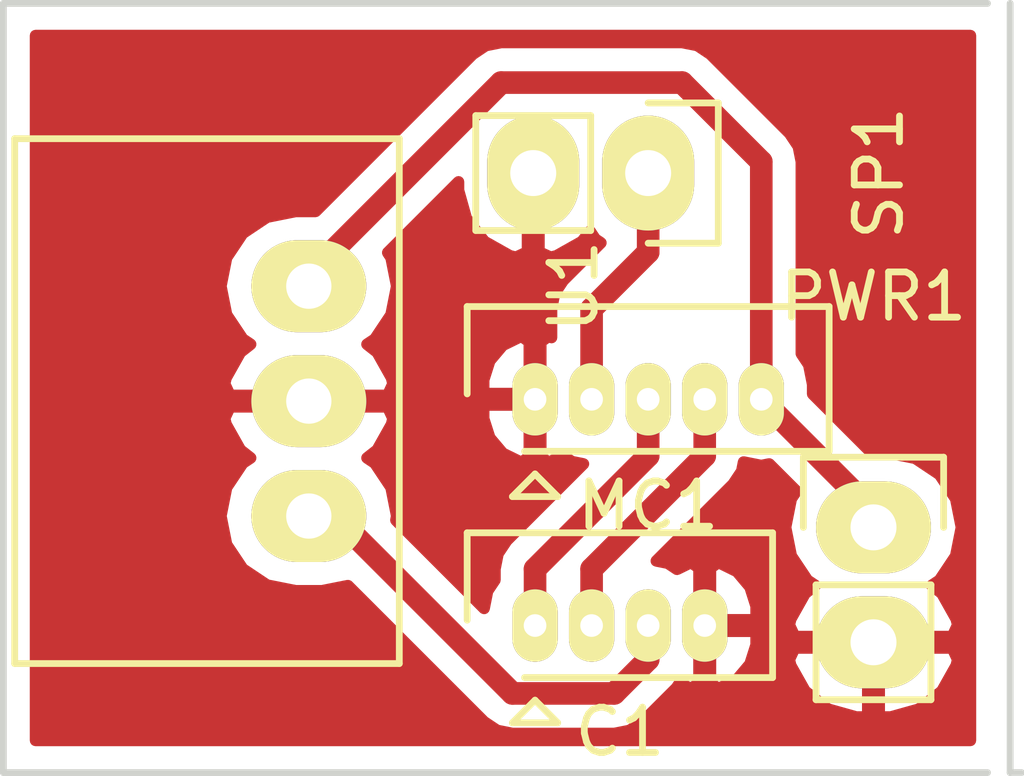
<source format=kicad_pcb>
(kicad_pcb (version 4) (host pcbnew 4.0.2+e4-6225~38~ubuntu16.04.1-stable)

  (general
    (links 10)
    (no_connects 0)
    (area 138.024999 88.915476 167.822619 109.775001)
    (thickness 1.6)
    (drawings 5)
    (tracks 21)
    (zones 0)
    (modules 5)
    (nets 7)
  )

  (page A4)
  (layers
    (0 F.Cu signal)
    (31 B.Cu signal)
    (32 B.Adhes user)
    (33 F.Adhes user)
    (34 B.Paste user)
    (35 F.Paste user)
    (36 B.SilkS user)
    (37 F.SilkS user)
    (38 B.Mask user)
    (39 F.Mask user)
    (40 Dwgs.User user)
    (41 Cmts.User user)
    (42 Eco1.User user)
    (43 Eco2.User user)
    (44 Edge.Cuts user)
    (45 Margin user)
    (46 B.CrtYd user)
    (47 F.CrtYd user)
    (48 B.Fab user)
    (49 F.Fab user)
  )

  (setup
    (last_trace_width 0.5)
    (user_trace_width 0.5)
    (trace_clearance 0.2)
    (zone_clearance 0.508)
    (zone_45_only no)
    (trace_min 0.2)
    (segment_width 0.2)
    (edge_width 0.15)
    (via_size 0.6)
    (via_drill 0.4)
    (via_min_size 0.4)
    (via_min_drill 0.3)
    (uvia_size 0.3)
    (uvia_drill 0.1)
    (uvias_allowed no)
    (uvia_min_size 0.2)
    (uvia_min_drill 0.1)
    (pcb_text_width 0.3)
    (pcb_text_size 1.5 1.5)
    (mod_edge_width 0.15)
    (mod_text_size 1 1)
    (mod_text_width 0.15)
    (pad_size 2.54 2.032)
    (pad_drill 1.016)
    (pad_to_mask_clearance 0.2)
    (aux_axis_origin 0 0)
    (visible_elements FFFEFF7F)
    (pcbplotparams
      (layerselection 0x00000_00000001)
      (usegerberextensions false)
      (excludeedgelayer false)
      (linewidth 0.100000)
      (plotframeref false)
      (viasonmask false)
      (mode 1)
      (useauxorigin false)
      (hpglpennumber 1)
      (hpglpenspeed 20)
      (hpglpendiameter 15)
      (hpglpenoverlay 2)
      (psnegative false)
      (psa4output false)
      (plotreference false)
      (plotvalue false)
      (plotinvisibletext false)
      (padsonsilk false)
      (subtractmaskfromsilk false)
      (outputformat 5)
      (mirror true)
      (drillshape 1)
      (scaleselection 1)
      (outputdirectory ""))
  )

  (net 0 "")
  (net 1 "Net-(C1-Pad1)")
  (net 2 "Net-(C1-Pad2)")
  (net 3 "Net-(C1-Pad3)")
  (net 4 "Net-(MC1-Pad2)")
  (net 5 +BATT)
  (net 6 GND)

  (net_class Default "This is the default net class."
    (clearance 0.2)
    (trace_width 0.25)
    (via_dia 0.6)
    (via_drill 0.4)
    (uvia_dia 0.3)
    (uvia_drill 0.1)
    (add_net +BATT)
    (add_net GND)
    (add_net "Net-(C1-Pad1)")
    (add_net "Net-(C1-Pad2)")
    (add_net "Net-(C1-Pad3)")
    (add_net "Net-(MC1-Pad2)")
  )

  (module Connectors_Molex:Molex_PicoBlade_53047-0410 (layer F.Cu) (tedit 56F00C2C) (tstamp 56F00A59)
    (at 150 102.5)
    (descr "Molex PicoBlade 1.25mm shrouded header. Vertical. 4 ways")
    (tags "connector PicoBlade header")
    (path /56F001AF)
    (fp_text reference C1 (at 1.875 2.35) (layer F.SilkS)
      (effects (font (size 1 1) (thickness 0.15)))
    )
    (fp_text value I2C (at 1.875 -3.25) (layer F.Fab)
      (effects (font (size 1 1) (thickness 0.15)))
    )
    (fp_line (start -1.5 -0.12) (end -1.5 -2.05) (layer F.SilkS) (width 0.15))
    (fp_line (start -1.5 -2.05) (end 5.25 -2.05) (layer F.SilkS) (width 0.15))
    (fp_line (start 5.25 -2.05) (end 5.25 1.15) (layer F.SilkS) (width 0.15))
    (fp_line (start 5.25 1.15) (end -0.23 1.15) (layer F.SilkS) (width 0.15))
    (fp_line (start 0 1.65) (end 0.5 2.15) (layer F.SilkS) (width 0.15))
    (fp_line (start 0.5 2.15) (end -0.5 2.15) (layer F.SilkS) (width 0.15))
    (fp_line (start -0.5 2.15) (end 0 1.65) (layer F.SilkS) (width 0.15))
    (fp_line (start -0.23 1.15) (end -1.5 -0.12) (layer F.Fab) (width 0.2))
    (fp_line (start -1.5 -0.12) (end -1.5 -2.05) (layer F.Fab) (width 0.2))
    (fp_line (start -1.5 -2.05) (end 5.25 -2.05) (layer F.Fab) (width 0.2))
    (fp_line (start 5.25 -2.05) (end 5.25 1.15) (layer F.Fab) (width 0.2))
    (fp_line (start 5.25 1.15) (end -0.23 1.15) (layer F.Fab) (width 0.2))
    (pad 1 thru_hole oval (at 0 0) (size 1 1.6) (drill 0.5) (layers *.Cu *.Mask F.SilkS)
      (net 1 "Net-(C1-Pad1)"))
    (pad 2 thru_hole oval (at 1.25 0) (size 1 1.6) (drill 0.5) (layers *.Cu *.Mask F.SilkS)
      (net 2 "Net-(C1-Pad2)"))
    (pad 3 thru_hole oval (at 2.5 0) (size 1 1.6) (drill 0.5) (layers *.Cu *.Mask F.SilkS)
      (net 3 "Net-(C1-Pad3)"))
    (pad 4 thru_hole oval (at 3.75 0) (size 1 1.6) (drill 0.5) (layers *.Cu *.Mask F.SilkS)
      (net 6 GND))
    (model Connectors_Molex.3dshapes/Molex_PicoBlade_53047-0410.wrl
      (at (xyz 0.07381890000000001 0 0))
      (scale (xyz 1 1 1))
      (rotate (xyz 0 0 180))
    )
  )

  (module Connectors_Molex:Molex_PicoBlade_53047-0510 (layer F.Cu) (tedit 56F00C10) (tstamp 56F00A62)
    (at 150 97.5)
    (descr "Molex PicoBlade 1.25mm shrouded header. Vertical. 5 ways")
    (tags "connector PicoBlade header")
    (path /56F00083)
    (fp_text reference MC1 (at 2.5 2.35) (layer F.SilkS)
      (effects (font (size 1 1) (thickness 0.15)))
    )
    (fp_text value MotorCtrl (at 2.5 -3.25) (layer F.Fab)
      (effects (font (size 1 1) (thickness 0.15)))
    )
    (fp_line (start -1.5 -0.12) (end -1.5 -2.05) (layer F.SilkS) (width 0.15))
    (fp_line (start -1.5 -2.05) (end 6.5 -2.05) (layer F.SilkS) (width 0.15))
    (fp_line (start 6.5 -2.05) (end 6.5 1.15) (layer F.SilkS) (width 0.15))
    (fp_line (start 6.5 1.15) (end -0.23 1.15) (layer F.SilkS) (width 0.15))
    (fp_line (start 0 1.65) (end 0.5 2.15) (layer F.SilkS) (width 0.15))
    (fp_line (start 0.5 2.15) (end -0.5 2.15) (layer F.SilkS) (width 0.15))
    (fp_line (start -0.5 2.15) (end 0 1.65) (layer F.SilkS) (width 0.15))
    (fp_line (start -0.23 1.15) (end -1.5 -0.12) (layer F.Fab) (width 0.2))
    (fp_line (start -1.5 -0.12) (end -1.5 -2.05) (layer F.Fab) (width 0.2))
    (fp_line (start -1.5 -2.05) (end 6.5 -2.05) (layer F.Fab) (width 0.2))
    (fp_line (start 6.5 -2.05) (end 6.5 1.15) (layer F.Fab) (width 0.2))
    (fp_line (start 6.5 1.15) (end -0.23 1.15) (layer F.Fab) (width 0.2))
    (pad 1 thru_hole oval (at 0 0) (size 1 1.6) (drill 0.5) (layers *.Cu *.Mask F.SilkS)
      (net 6 GND))
    (pad 2 thru_hole oval (at 1.25 0) (size 1 1.6) (drill 0.5) (layers *.Cu *.Mask F.SilkS)
      (net 4 "Net-(MC1-Pad2)"))
    (pad 3 thru_hole oval (at 2.5 0) (size 1 1.6) (drill 0.5) (layers *.Cu *.Mask F.SilkS)
      (net 1 "Net-(C1-Pad1)"))
    (pad 4 thru_hole oval (at 3.75 0) (size 1 1.6) (drill 0.5) (layers *.Cu *.Mask F.SilkS)
      (net 2 "Net-(C1-Pad2)"))
    (pad 5 thru_hole oval (at 5 0) (size 1 1.6) (drill 0.5) (layers *.Cu *.Mask F.SilkS)
      (net 5 +BATT))
    (model Connectors_Molex.3dshapes/Molex_PicoBlade_53047-0510.wrl
      (at (xyz 0.0984252 0 0))
      (scale (xyz 1 1 1))
      (rotate (xyz 0 0 180))
    )
  )

  (module Pin_Headers:Pin_Header_Straight_1x02 (layer F.Cu) (tedit 56F00D5D) (tstamp 56F00A68)
    (at 152.5 92.5 270)
    (descr "Through hole pin header")
    (tags "pin header")
    (path /56EFFF3F)
    (fp_text reference SP1 (at 0 -5.1 270) (layer F.SilkS)
      (effects (font (size 1 1) (thickness 0.15)))
    )
    (fp_text value SPEAKER (at 0 -3.1 270) (layer F.Fab)
      (effects (font (size 1 1) (thickness 0.15)))
    )
    (fp_line (start 1.27 1.27) (end 1.27 3.81) (layer F.SilkS) (width 0.15))
    (fp_line (start 1.55 -1.55) (end 1.55 0) (layer F.SilkS) (width 0.15))
    (fp_line (start -1.75 -1.75) (end -1.75 4.3) (layer F.CrtYd) (width 0.05))
    (fp_line (start 1.75 -1.75) (end 1.75 4.3) (layer F.CrtYd) (width 0.05))
    (fp_line (start -1.75 -1.75) (end 1.75 -1.75) (layer F.CrtYd) (width 0.05))
    (fp_line (start -1.75 4.3) (end 1.75 4.3) (layer F.CrtYd) (width 0.05))
    (fp_line (start 1.27 1.27) (end -1.27 1.27) (layer F.SilkS) (width 0.15))
    (fp_line (start -1.55 0) (end -1.55 -1.55) (layer F.SilkS) (width 0.15))
    (fp_line (start -1.55 -1.55) (end 1.55 -1.55) (layer F.SilkS) (width 0.15))
    (fp_line (start -1.27 1.27) (end -1.27 3.81) (layer F.SilkS) (width 0.15))
    (fp_line (start -1.27 3.81) (end 1.27 3.81) (layer F.SilkS) (width 0.15))
    (pad 1 thru_hole oval (at 0 0 270) (size 2.54 2.032) (drill 1.016) (layers *.Cu *.Mask F.SilkS)
      (net 4 "Net-(MC1-Pad2)"))
    (pad 2 thru_hole oval (at 0 2.54 270) (size 2.54 2.032) (drill 1.016) (layers *.Cu *.Mask F.SilkS)
      (net 6 GND))
    (model Pin_Headers.3dshapes/Pin_Header_Straight_1x02.wrl
      (at (xyz 0 -0.05 0))
      (scale (xyz 1 1 1))
      (rotate (xyz 0 0 90))
    )
  )

  (module Converters_DCDC_ACDC:DCDC-Conv_Recom_R-78HBxx-0.5 (layer F.Cu) (tedit 56F00D38) (tstamp 56F00A6F)
    (at 145 95 270)
    (descr "Recom R-78HBxx.0.5")
    (tags "Recom DCDC R-78")
    (path /56F00BF5)
    (fp_text reference U1 (at 0 -5.85 270) (layer F.SilkS)
      (effects (font (size 1 1) (thickness 0.15)))
    )
    (fp_text value LM7805CT (at 0 -3.85 270) (layer F.Fab)
      (effects (font (size 1 1) (thickness 0.15)))
    )
    (fp_line (start -3.5 -2.25) (end -3.5 6.75) (layer F.CrtYd) (width 0.05))
    (fp_line (start 8.6 -2.25) (end 8.6 6.75) (layer F.CrtYd) (width 0.05))
    (fp_line (start -3.5 -2.25) (end 8.6 -2.25) (layer F.CrtYd) (width 0.05))
    (fp_line (start -3.5 6.75) (end 8.6 6.75) (layer F.CrtYd) (width 0.05))
    (fp_line (start 8.34 -2) (end 8.34 6.5) (layer F.SilkS) (width 0.15))
    (fp_line (start 8.34 6.5) (end -3.26 6.5) (layer F.SilkS) (width 0.15))
    (fp_line (start -3.26 6.5) (end -3.26 -2) (layer F.SilkS) (width 0.15))
    (fp_line (start -3.26 -2) (end 8.34 -2) (layer F.SilkS) (width 0.15))
    (pad 2 thru_hole oval (at 2.54 0 270) (size 2.032 2.54) (drill 1) (layers *.Cu *.Mask F.SilkS)
      (net 6 GND))
    (pad 3 thru_hole oval (at 5.08 0 270) (size 2.032 2.54) (drill 1) (layers *.Cu *.Mask F.SilkS)
      (net 3 "Net-(C1-Pad3)"))
    (pad 1 thru_hole oval (at 0 0 270) (size 2.032 2.54) (drill 1) (layers *.Cu *.Mask F.SilkS)
      (net 5 +BATT))
  )

  (module Pin_Headers:Pin_Header_Straight_1x02 (layer F.Cu) (tedit 5747A836) (tstamp 56F15AD3)
    (at 157.48 100.33)
    (descr "Through hole pin header")
    (tags "pin header")
    (path /56F15ADC)
    (fp_text reference PWR1 (at 0 -5.1) (layer F.SilkS)
      (effects (font (size 1 1) (thickness 0.15)))
    )
    (fp_text value POWER (at 0 -3.1) (layer F.Fab)
      (effects (font (size 1 1) (thickness 0.15)))
    )
    (fp_line (start 1.27 1.27) (end 1.27 3.81) (layer F.SilkS) (width 0.15))
    (fp_line (start 1.55 -1.55) (end 1.55 0) (layer F.SilkS) (width 0.15))
    (fp_line (start -1.75 -1.75) (end -1.75 4.3) (layer F.CrtYd) (width 0.05))
    (fp_line (start 1.75 -1.75) (end 1.75 4.3) (layer F.CrtYd) (width 0.05))
    (fp_line (start -1.75 -1.75) (end 1.75 -1.75) (layer F.CrtYd) (width 0.05))
    (fp_line (start -1.75 4.3) (end 1.75 4.3) (layer F.CrtYd) (width 0.05))
    (fp_line (start 1.27 1.27) (end -1.27 1.27) (layer F.SilkS) (width 0.15))
    (fp_line (start -1.55 0) (end -1.55 -1.55) (layer F.SilkS) (width 0.15))
    (fp_line (start -1.55 -1.55) (end 1.55 -1.55) (layer F.SilkS) (width 0.15))
    (fp_line (start -1.27 1.27) (end -1.27 3.81) (layer F.SilkS) (width 0.15))
    (fp_line (start -1.27 3.81) (end 1.27 3.81) (layer F.SilkS) (width 0.15))
    (pad 1 thru_hole oval (at 0 0) (size 2.54 2.032) (drill 1.016) (layers *.Cu *.Mask F.SilkS)
      (net 5 +BATT))
    (pad 2 thru_hole oval (at 0 2.54) (size 2.54 2.032) (drill 1.016) (layers *.Cu *.Mask F.SilkS)
      (net 6 GND))
    (model Pin_Headers.3dshapes/Pin_Header_Straight_1x02.wrl
      (at (xyz 0 -0.05 0))
      (scale (xyz 1 1 1))
      (rotate (xyz 0 0 90))
    )
  )

  (gr_line (start 160.5 105.75) (end 160.75 105.75) (angle 90) (layer Edge.Cuts) (width 0.15))
  (gr_line (start 160.5 88.75) (end 160.5 105.75) (angle 90) (layer Edge.Cuts) (width 0.15))
  (gr_line (start 138.25 88.75) (end 160 88.75) (angle 90) (layer Edge.Cuts) (width 0.15))
  (gr_line (start 138.25 105.75) (end 160 105.75) (angle 90) (layer Edge.Cuts) (width 0.15))
  (gr_line (start 138.25 88.75) (end 138.25 105.75) (angle 90) (layer Edge.Cuts) (width 0.15))

  (segment (start 152.5 97.5) (end 152.5 98.75) (width 0.5) (layer F.Cu) (net 1))
  (segment (start 152.5 98.75) (end 150 101.25) (width 0.5) (layer F.Cu) (net 1) (tstamp 56F00C6B))
  (segment (start 150 101.25) (end 150 102.5) (width 0.5) (layer F.Cu) (net 1) (tstamp 56F00C74))
  (segment (start 153.75 97.5) (end 153.75 98.75) (width 0.5) (layer F.Cu) (net 2))
  (segment (start 153.75 98.75) (end 151.25 101.25) (width 0.5) (layer F.Cu) (net 2) (tstamp 56F00C81))
  (segment (start 151.25 101.25) (end 151.25 102.5) (width 0.5) (layer F.Cu) (net 2) (tstamp 56F00C83))
  (segment (start 152.5 102.5) (end 152.5 103.25) (width 0.5) (layer F.Cu) (net 3))
  (segment (start 152.5 103.25) (end 151.75 104) (width 0.5) (layer F.Cu) (net 3) (tstamp 56F00CD6))
  (segment (start 151.75 104) (end 149.5 104) (width 0.5) (layer F.Cu) (net 3) (tstamp 56F00CDC))
  (segment (start 149.5 104) (end 145.58 100.08) (width 0.5) (layer F.Cu) (net 3) (tstamp 56F00CDE))
  (segment (start 145.58 100.08) (end 145 100.08) (width 0.5) (layer F.Cu) (net 3) (tstamp 56F00CE1))
  (segment (start 152.5 92.5) (end 152.5 94.25) (width 0.5) (layer F.Cu) (net 4))
  (segment (start 152.5 94.25) (end 151.25 95.5) (width 0.5) (layer F.Cu) (net 4) (tstamp 56F00C93))
  (segment (start 151.25 95.5) (end 151.25 97.5) (width 0.5) (layer F.Cu) (net 4) (tstamp 56F00C9C))
  (segment (start 157.48 100.33) (end 157.48 99.98) (width 0.5) (layer F.Cu) (net 5) (status C00000))
  (segment (start 157.48 99.98) (end 155 97.5) (width 0.5) (layer F.Cu) (net 5) (tstamp 5747A8B0) (status C00000))
  (segment (start 145 95) (end 145 94.75) (width 0.5) (layer F.Cu) (net 5))
  (segment (start 145 94.75) (end 149.25 90.5) (width 0.5) (layer F.Cu) (net 5) (tstamp 56F00D6C))
  (segment (start 149.25 90.5) (end 153.25 90.5) (width 0.5) (layer F.Cu) (net 5) (tstamp 56F00D6D))
  (segment (start 153.25 90.5) (end 155 92.25) (width 0.5) (layer F.Cu) (net 5) (tstamp 56F00D72))
  (segment (start 155 92.25) (end 155 97.5) (width 0.5) (layer F.Cu) (net 5) (tstamp 56F00D73))

  (zone (net 6) (net_name GND) (layer F.Cu) (tstamp 5747A875) (hatch edge 0.508)
    (connect_pads (clearance 0.508))
    (min_thickness 0.254)
    (fill yes (arc_segments 16) (thermal_gap 0.508) (thermal_bridge_width 0.508))
    (polygon
      (pts
        (xy 159.75 105.5) (xy 138.5 105.5) (xy 138.5 89) (xy 159.75 89) (xy 159.75 105.5)
      )
    )
    (filled_polygon
      (pts
        (xy 159.623 105.04) (xy 138.96 105.04) (xy 138.96 97.627) (xy 148.865 97.627) (xy 148.865 97.927)
        (xy 148.999998 98.351678) (xy 149.287237 98.692368) (xy 149.698126 98.894119) (xy 149.873 98.767954) (xy 149.873 97.627)
        (xy 148.865 97.627) (xy 138.96 97.627) (xy 138.96 95) (xy 143.057679 95) (xy 143.183354 95.63181)
        (xy 143.541246 96.167433) (xy 143.715781 96.284054) (xy 143.488764 96.46237) (xy 143.172074 97.025523) (xy 143.140025 97.157056)
        (xy 143.259164 97.413) (xy 144.873 97.413) (xy 144.873 97.393) (xy 145.127 97.393) (xy 145.127 97.413)
        (xy 146.740836 97.413) (xy 146.859975 97.157056) (xy 146.839495 97.073) (xy 148.865 97.073) (xy 148.865 97.373)
        (xy 149.873 97.373) (xy 149.873 96.232046) (xy 149.698126 96.105881) (xy 149.287237 96.307632) (xy 148.999998 96.648322)
        (xy 148.865 97.073) (xy 146.839495 97.073) (xy 146.827926 97.025523) (xy 146.511236 96.46237) (xy 146.284219 96.284054)
        (xy 146.458754 96.167433) (xy 146.816646 95.63181) (xy 146.942321 95) (xy 146.816646 94.36819) (xy 146.743244 94.258336)
        (xy 148.309 92.692579) (xy 148.309 92.881) (xy 148.483276 93.503143) (xy 148.88237 94.011236) (xy 149.445523 94.327926)
        (xy 149.577056 94.359975) (xy 149.833 94.240836) (xy 149.833 92.627) (xy 149.813 92.627) (xy 149.813 92.373)
        (xy 149.833 92.373) (xy 149.833 92.353) (xy 150.087 92.353) (xy 150.087 92.373) (xy 150.107 92.373)
        (xy 150.107 92.627) (xy 150.087 92.627) (xy 150.087 94.240836) (xy 150.342944 94.359975) (xy 150.474477 94.327926)
        (xy 151.03763 94.011236) (xy 151.215946 93.784219) (xy 151.332567 93.958754) (xy 151.456714 94.041707) (xy 150.62421 94.87421)
        (xy 150.432367 95.161325) (xy 150.432367 95.161326) (xy 150.364999 95.5) (xy 150.365 95.500005) (xy 150.365 96.136877)
        (xy 150.301874 96.105881) (xy 150.127 96.232046) (xy 150.127 97.111559) (xy 150.115 97.171887) (xy 150.115 97.828113)
        (xy 150.127 97.888441) (xy 150.127 98.767954) (xy 150.301874 98.894119) (xy 150.61304 98.741333) (xy 150.815654 98.876716)
        (xy 151.070927 98.927493) (xy 149.37421 100.62421) (xy 149.182367 100.911325) (xy 149.182367 100.911326) (xy 149.114999 101.25)
        (xy 149.115 101.250005) (xy 149.115 101.492692) (xy 148.951397 101.737541) (xy 148.8747 102.123121) (xy 146.923948 100.172368)
        (xy 146.942321 100.08) (xy 146.816646 99.44819) (xy 146.458754 98.912567) (xy 146.284219 98.795946) (xy 146.511236 98.61763)
        (xy 146.827926 98.054477) (xy 146.859975 97.922944) (xy 146.740836 97.667) (xy 145.127 97.667) (xy 145.127 97.687)
        (xy 144.873 97.687) (xy 144.873 97.667) (xy 143.259164 97.667) (xy 143.140025 97.922944) (xy 143.172074 98.054477)
        (xy 143.488764 98.61763) (xy 143.715781 98.795946) (xy 143.541246 98.912567) (xy 143.183354 99.44819) (xy 143.057679 100.08)
        (xy 143.183354 100.71181) (xy 143.541246 101.247433) (xy 144.076869 101.605325) (xy 144.708679 101.731) (xy 145.291321 101.731)
        (xy 145.865257 101.616837) (xy 148.874208 104.625787) (xy 148.87421 104.62579) (xy 149.161325 104.817633) (xy 149.5 104.885001)
        (xy 149.500005 104.885) (xy 151.749995 104.885) (xy 151.75 104.885001) (xy 152.032484 104.82881) (xy 152.088675 104.817633)
        (xy 152.37579 104.62579) (xy 152.375791 104.625789) (xy 153.125787 103.875792) (xy 153.12579 103.87579) (xy 153.196196 103.770419)
        (xy 153.448126 103.894119) (xy 153.623 103.767954) (xy 153.623 102.888441) (xy 153.635 102.828113) (xy 153.635 102.627)
        (xy 153.877 102.627) (xy 153.877 103.767954) (xy 154.051874 103.894119) (xy 154.462763 103.692368) (xy 154.750002 103.351678)
        (xy 154.781387 103.252944) (xy 155.620025 103.252944) (xy 155.652074 103.384477) (xy 155.968764 103.94763) (xy 156.476857 104.346724)
        (xy 157.099 104.521) (xy 157.353 104.521) (xy 157.353 102.997) (xy 157.607 102.997) (xy 157.607 104.521)
        (xy 157.861 104.521) (xy 158.483143 104.346724) (xy 158.991236 103.94763) (xy 159.307926 103.384477) (xy 159.339975 103.252944)
        (xy 159.220836 102.997) (xy 157.607 102.997) (xy 157.353 102.997) (xy 155.739164 102.997) (xy 155.620025 103.252944)
        (xy 154.781387 103.252944) (xy 154.885 102.927) (xy 154.885 102.627) (xy 153.877 102.627) (xy 153.635 102.627)
        (xy 153.635 102.171887) (xy 153.623 102.111559) (xy 153.623 101.232046) (xy 153.877 101.232046) (xy 153.877 102.373)
        (xy 154.885 102.373) (xy 154.885 102.073) (xy 154.750002 101.648322) (xy 154.462763 101.307632) (xy 154.051874 101.105881)
        (xy 153.877 101.232046) (xy 153.623 101.232046) (xy 153.448126 101.105881) (xy 153.13696 101.258667) (xy 152.934346 101.123284)
        (xy 152.679073 101.072507) (xy 154.375787 99.375792) (xy 154.37579 99.37579) (xy 154.567633 99.088675) (xy 154.592609 98.963113)
        (xy 154.608115 98.885162) (xy 155 98.963113) (xy 155.176438 98.928017) (xy 155.776811 99.52839) (xy 155.663354 99.69819)
        (xy 155.537679 100.33) (xy 155.663354 100.96181) (xy 156.021246 101.497433) (xy 156.195781 101.614054) (xy 155.968764 101.79237)
        (xy 155.652074 102.355523) (xy 155.620025 102.487056) (xy 155.739164 102.743) (xy 157.353 102.743) (xy 157.353 102.723)
        (xy 157.607 102.723) (xy 157.607 102.743) (xy 159.220836 102.743) (xy 159.339975 102.487056) (xy 159.307926 102.355523)
        (xy 158.991236 101.79237) (xy 158.764219 101.614054) (xy 158.938754 101.497433) (xy 159.296646 100.96181) (xy 159.422321 100.33)
        (xy 159.296646 99.69819) (xy 158.938754 99.162567) (xy 158.403131 98.804675) (xy 157.771321 98.679) (xy 157.430579 98.679)
        (xy 156.135 97.38342) (xy 156.135 97.171887) (xy 156.048603 96.737541) (xy 155.885 96.492692) (xy 155.885 92.250005)
        (xy 155.885001 92.25) (xy 155.817633 91.911326) (xy 155.817633 91.911325) (xy 155.62579 91.62421) (xy 155.625787 91.624208)
        (xy 153.87579 89.87421) (xy 153.588675 89.682367) (xy 153.532484 89.67119) (xy 153.25 89.614999) (xy 153.249995 89.615)
        (xy 149.250005 89.615) (xy 149.25 89.614999) (xy 148.967516 89.67119) (xy 148.911325 89.682367) (xy 148.62421 89.87421)
        (xy 148.624208 89.874213) (xy 145.14942 93.349) (xy 144.708679 93.349) (xy 144.076869 93.474675) (xy 143.541246 93.832567)
        (xy 143.183354 94.36819) (xy 143.057679 95) (xy 138.96 95) (xy 138.96 89.46) (xy 159.623 89.46)
      )
    )
  )
)

</source>
